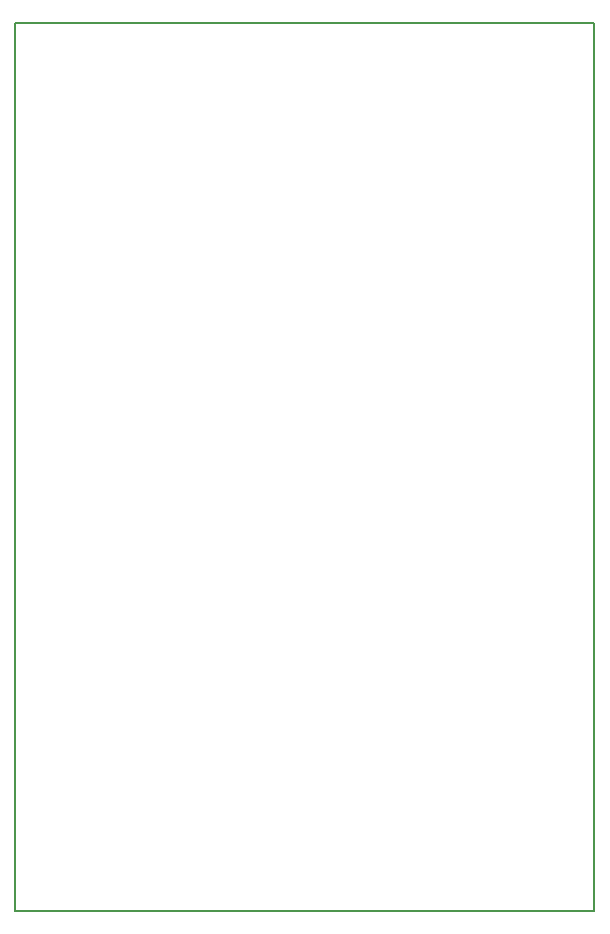
<source format=gko>
G04 #@! TF.GenerationSoftware,KiCad,Pcbnew,5.1.4-e60b266~84~ubuntu18.04.1*
G04 #@! TF.CreationDate,2019-10-24T14:21:48+01:00*
G04 #@! TF.ProjectId,6809e_adapter,36383039-655f-4616-9461-707465722e6b,rev?*
G04 #@! TF.SameCoordinates,PX9fdfbc0PY791ddc0*
G04 #@! TF.FileFunction,Profile,NP*
%FSLAX46Y46*%
G04 Gerber Fmt 4.6, Leading zero omitted, Abs format (unit mm)*
G04 Created by KiCad (PCBNEW 5.1.4-e60b266~84~ubuntu18.04.1) date 2019-10-24 14:21:48*
%MOMM*%
%LPD*%
G04 APERTURE LIST*
%ADD10C,0.150000*%
G04 APERTURE END LIST*
D10*
X49911000Y77216000D02*
X49911000Y2032000D01*
X49911000Y2032000D02*
X889000Y2032000D01*
X889000Y2032000D02*
X889000Y77216000D01*
X889000Y77216000D02*
X49911000Y77216000D01*
M02*

</source>
